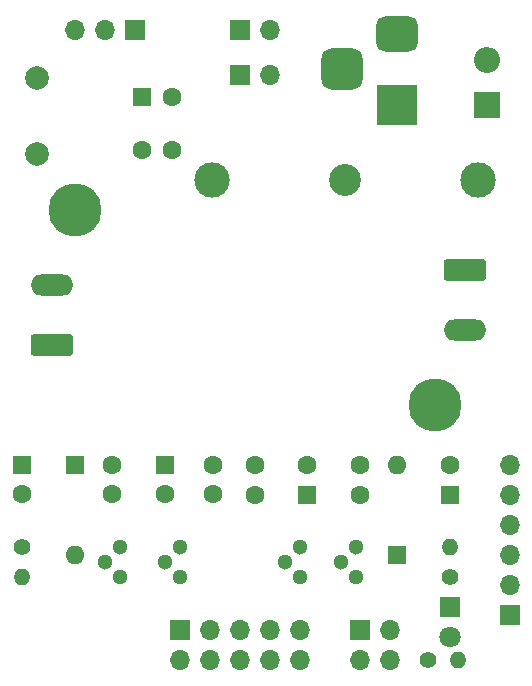
<source format=gts>
G04 #@! TF.GenerationSoftware,KiCad,Pcbnew,6.0.4+dfsg-1+b1*
G04 #@! TF.CreationDate,2022-04-24T01:25:24+03:00*
G04 #@! TF.ProjectId,yatabaza-power,79617461-6261-47a6-912d-706f7765722e,rev?*
G04 #@! TF.SameCoordinates,Original*
G04 #@! TF.FileFunction,Soldermask,Top*
G04 #@! TF.FilePolarity,Negative*
%FSLAX46Y46*%
G04 Gerber Fmt 4.6, Leading zero omitted, Abs format (unit mm)*
G04 Created by KiCad (PCBNEW 6.0.4+dfsg-1+b1) date 2022-04-24 01:25:24*
%MOMM*%
%LPD*%
G01*
G04 APERTURE LIST*
G04 Aperture macros list*
%AMRoundRect*
0 Rectangle with rounded corners*
0 $1 Rounding radius*
0 $2 $3 $4 $5 $6 $7 $8 $9 X,Y pos of 4 corners*
0 Add a 4 corners polygon primitive as box body*
4,1,4,$2,$3,$4,$5,$6,$7,$8,$9,$2,$3,0*
0 Add four circle primitives for the rounded corners*
1,1,$1+$1,$2,$3*
1,1,$1+$1,$4,$5*
1,1,$1+$1,$6,$7*
1,1,$1+$1,$8,$9*
0 Add four rect primitives between the rounded corners*
20,1,$1+$1,$2,$3,$4,$5,0*
20,1,$1+$1,$4,$5,$6,$7,0*
20,1,$1+$1,$6,$7,$8,$9,0*
20,1,$1+$1,$8,$9,$2,$3,0*%
G04 Aperture macros list end*
%ADD10C,1.600000*%
%ADD11R,1.600000X1.600000*%
%ADD12R,3.500000X3.500000*%
%ADD13RoundRect,0.750000X-1.000000X0.750000X-1.000000X-0.750000X1.000000X-0.750000X1.000000X0.750000X0*%
%ADD14RoundRect,0.875000X-0.875000X0.875000X-0.875000X-0.875000X0.875000X-0.875000X0.875000X0.875000X0*%
%ADD15O,1.600000X1.600000*%
%ADD16R,1.700000X1.700000*%
%ADD17O,1.700000X1.700000*%
%ADD18O,1.300000X1.300000*%
%ADD19C,1.300000*%
%ADD20C,1.400000*%
%ADD21O,1.400000X1.400000*%
%ADD22C,2.000000*%
%ADD23C,2.700000*%
%ADD24C,3.000000*%
%ADD25R,1.800000X1.800000*%
%ADD26C,1.800000*%
%ADD27R,2.200000X2.200000*%
%ADD28O,2.200000X2.200000*%
%ADD29C,4.500000*%
%ADD30RoundRect,0.250000X1.550000X-0.650000X1.550000X0.650000X-1.550000X0.650000X-1.550000X-0.650000X0*%
%ADD31O,3.600000X1.800000*%
%ADD32RoundRect,0.250000X-1.550000X0.650000X-1.550000X-0.650000X1.550000X-0.650000X1.550000X0.650000X0*%
G04 APERTURE END LIST*
D10*
X46355000Y-55245000D03*
X46355000Y-52745000D03*
X25400000Y-52705000D03*
X25400000Y-55205000D03*
D11*
X53975000Y-55245000D03*
D10*
X53975000Y-52745000D03*
D11*
X17780000Y-52705000D03*
D10*
X17780000Y-55205000D03*
X37465000Y-55245000D03*
X37465000Y-52745000D03*
X33972500Y-52705000D03*
X33972500Y-55205000D03*
D11*
X41910000Y-55245000D03*
D10*
X41910000Y-52745000D03*
D11*
X29845000Y-52705000D03*
D10*
X29845000Y-55205000D03*
D12*
X49530000Y-22225000D03*
D13*
X49530000Y-16225000D03*
D14*
X44830000Y-19225000D03*
D11*
X49530000Y-60325000D03*
D15*
X49530000Y-52705000D03*
D11*
X22225000Y-52705000D03*
D15*
X22225000Y-60325000D03*
D16*
X59055000Y-65405000D03*
D17*
X59055000Y-62865000D03*
X59055000Y-60325000D03*
X59055000Y-57785000D03*
X59055000Y-55245000D03*
X59055000Y-52705000D03*
D16*
X36195000Y-15875000D03*
D17*
X38735000Y-15875000D03*
D16*
X27305000Y-15875000D03*
D17*
X24765000Y-15875000D03*
X22225000Y-15875000D03*
D18*
X46037500Y-62230000D03*
D19*
X44767500Y-60960000D03*
X46037500Y-59690000D03*
D18*
X26035000Y-62230000D03*
D19*
X24765000Y-60960000D03*
X26035000Y-59690000D03*
D18*
X41275000Y-62230000D03*
D19*
X40005000Y-60960000D03*
X41275000Y-59690000D03*
D18*
X31115000Y-62230000D03*
D19*
X29845000Y-60960000D03*
X31115000Y-59690000D03*
D20*
X53975000Y-62230000D03*
D21*
X53975000Y-59690000D03*
D20*
X17780000Y-59690000D03*
D21*
X17780000Y-62230000D03*
D11*
X27940000Y-21590000D03*
D10*
X30440000Y-21590000D03*
X27940000Y-26035000D03*
X30440000Y-26035000D03*
D22*
X19050000Y-20002500D03*
X19050000Y-26402500D03*
D23*
X45085000Y-28575000D03*
D24*
X56335000Y-28575000D03*
X33835000Y-28575000D03*
D25*
X53975000Y-64770000D03*
D26*
X53975000Y-67310000D03*
D20*
X52120000Y-69215000D03*
D21*
X54660000Y-69215000D03*
D27*
X57150000Y-22225000D03*
D28*
X57150000Y-18415000D03*
D29*
X22225000Y-31115000D03*
X52705000Y-47625000D03*
D30*
X20320000Y-42545000D03*
D31*
X20320000Y-37465000D03*
D32*
X55245000Y-36195000D03*
D31*
X55245000Y-41275000D03*
D16*
X31115000Y-66675000D03*
D17*
X31115000Y-69215000D03*
X33655000Y-66675000D03*
X33655000Y-69215000D03*
X36195000Y-66675000D03*
X36195000Y-69215000D03*
X38735000Y-66675000D03*
X38735000Y-69215000D03*
X41275000Y-66675000D03*
X41275000Y-69215000D03*
D16*
X46355000Y-66675000D03*
D17*
X46355000Y-69215000D03*
X48895000Y-66675000D03*
X48895000Y-69215000D03*
D16*
X36195000Y-19685000D03*
D17*
X38735000Y-19685000D03*
M02*

</source>
